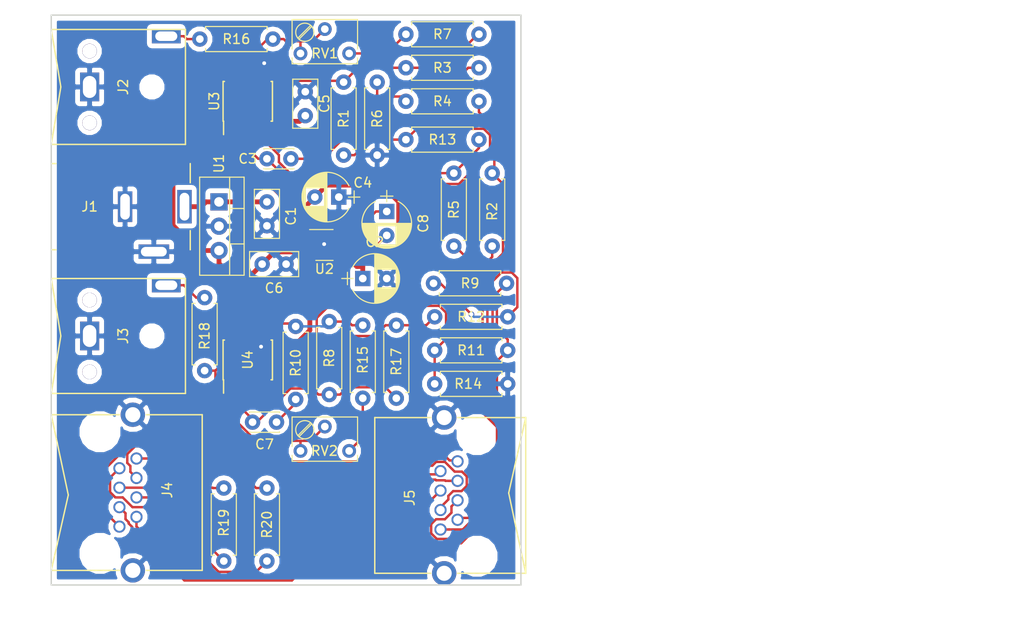
<source format=kicad_pcb>
(kicad_pcb (version 4) (host pcbnew 4.0.6)
  (layers (0 F.Cu signal) (31 B.Cu signal) (34 B.Paste user) (35 F.Paste user) (36 B.SilkS user) (37 F.SilkS user) (38 B.Mask user) (39 F.Mask user) (44 Edge.Cuts user))
  (net 0 "")
  (net 1 "Net-(C1-Pad1)")
  (net 2 GND)
  (net 3 +5V)
  (net 4 "Net-(C3-Pad1)")
  (net 5 "Net-(C3-Pad2)")
  (net 6 "Net-(C4-Pad2)")
  (net 7 "Net-(C7-Pad1)")
  (net 8 "Net-(C7-Pad2)")
  (net 9 "Net-(C8-Pad1)")
  (net 10 "Net-(C8-Pad2)")
  (net 11 "Net-(J2-Pad1)")
  (net 12 "Net-(J3-Pad1)")
  (net 13 "Net-(J4-Pad1)")
  (net 14 "Net-(J4-Pad2)")
  (net 15 "Net-(J4-Pad3)")
  (net 16 "Net-(J4-Pad4)")
  (net 17 "Net-(J4-Pad5)")
  (net 18 "Net-(J4-Pad6)")
  (net 19 "Net-(J4-Pad7)")
  (net 20 "Net-(J4-Pad8)")
  (net 21 "Net-(J5-Pad4)")
  (net 22 "Net-(J5-Pad5)")
  (net 23 "Net-(J5-Pad7)")
  (net 24 "Net-(J5-Pad8)")
  (net 25 "Net-(R1-Pad1)")
  (net 26 "Net-(R4-Pad1)")
  (net 27 "Net-(R13-Pad2)")
  (net 28 "Net-(R7-Pad1)")
  (net 29 "Net-(R10-Pad1)")
  (net 30 "Net-(R11-Pad1)")
  (net 31 "Net-(R12-Pad1)")
  (net 32 "Net-(R15-Pad1)")
  (net 33 "Net-(R16-Pad2)")
  (net 34 "Net-(R18-Pad2)")
  (module Kicadlibrarys:TE_RJ45 (layer F.Cu) (at 79 92.5 270)
    (fp_text reference J4 (at 6.096 -12.104 270) (layer F.SilkS))
    (fp_text value RJ45)
    (pad "" np_thru_hole circle (at 0 -5.08 270) (size 3.2512 3.2512) (drill 3.2512) (layers *.Cu *.Mask))
    (pad 9 thru_hole circle (at -1.778 -8.509 270) (size 2.54 2.54) (drill 1.5748) (layers *.Cu *.Mask) (net 2 GND))
    (pad 9 thru_hole circle (at 14.478 -8.509 270) (size 2.54 2.54) (drill 1.5748) (layers *.Cu *.Mask) (net 2 GND))
    (pad "" np_thru_hole circle (at 12.7 -5.08 270) (size 3.2512 3.2512) (drill 3.2512) (layers *.Cu *.Mask))
    (pad 1 thru_hole circle (at 9.906 -7.112 270) (size 1.27 1.27) (drill 0.889) (layers *.Cu *.Mask) (net 13 "Net-(J4-Pad1)"))
    (pad 2 thru_hole circle (at 8.89 -8.89 270) (size 1.27 1.27) (drill 0.889) (layers *.Cu *.Mask) (net 14 "Net-(J4-Pad2)"))
    (pad 3 thru_hole circle (at 7.874 -7.112 270) (size 1.27 1.27) (drill 0.889) (layers *.Cu *.Mask) (net 15 "Net-(J4-Pad3)"))
    (pad 4 thru_hole circle (at 6.858 -8.89 270) (size 1.27 1.27) (drill 0.889) (layers *.Cu *.Mask) (net 16 "Net-(J4-Pad4)"))
    (pad 5 thru_hole circle (at 5.842 -7.112 270) (size 1.27 1.27) (drill 0.889) (layers *.Cu *.Mask) (net 17 "Net-(J4-Pad5)"))
    (pad 6 thru_hole circle (at 4.826 -8.89 270) (size 1.27 1.27) (drill 0.889) (layers *.Cu *.Mask) (net 18 "Net-(J4-Pad6)"))
    (pad 7 thru_hole circle (at 3.81 -7.112 270) (size 1.27 1.27) (drill 0.889) (layers *.Cu *.Mask) (net 19 "Net-(J4-Pad7)"))
    (pad 8 thru_hole circle (at 2.794 -8.89 270) (size 1.27 1.27) (drill 0.889) (layers *.Cu *.Mask) (net 20 "Net-(J4-Pad8)"))
  )
  (module Capacitors_ThroughHole:C_Disc_D5.0mm_W2.5mm_P2.50mm (layer F.Cu) (at 101.5 68.5 270)
    (fp_text reference C1 (at 1.5 -2.5 270) (layer F.SilkS))
    (fp_text value C)
    (pad 1 thru_hole circle (at 0 0 270) (size 1.6 1.6) (drill 0.8) (layers *.Cu *.Mask) (net 1 "Net-(C1-Pad1)"))
    (pad 2 thru_hole circle (at 2.5 0 270) (size 1.6 1.6) (drill 0.8) (layers *.Cu *.Mask) (net 2 GND))
  )
  (module Capacitors_ThroughHole:CP_Radial_D5.0mm_P2.50mm (layer F.Cu) (at 111.5 76.5)
    (fp_text reference C2 (at 1.25 -3.81) (layer F.SilkS))
    (fp_text value C)
    (pad 1 thru_hole rect (at 0 0) (size 1.6 1.6) (drill 0.8) (layers *.Cu *.Mask) (net 3 +5V))
    (pad 2 thru_hole circle (at 2.5 0) (size 1.6 1.6) (drill 0.8) (layers *.Cu *.Mask) (net 2 GND))
  )
  (module Capacitors_ThroughHole:C_Disc_D3.0mm_W2.0mm_P2.50mm (layer F.Cu) (at 104 64 180)
    (fp_text reference C3 (at 4.5 0 180) (layer F.SilkS))
    (fp_text value 68p)
    (pad 1 thru_hole circle (at 0 0 180) (size 1.6 1.6) (drill 0.8) (layers *.Cu *.Mask) (net 4 "Net-(C3-Pad1)"))
    (pad 2 thru_hole circle (at 2.5 0 180) (size 1.6 1.6) (drill 0.8) (layers *.Cu *.Mask) (net 5 "Net-(C3-Pad2)"))
  )
  (module Capacitors_ThroughHole:CP_Radial_D5.0mm_P2.50mm (layer F.Cu) (at 109 68 180)
    (fp_text reference C4 (at -2.5 1.5 180) (layer F.SilkS))
    (fp_text value 10u)
    (pad 1 thru_hole rect (at 0 0 180) (size 1.6 1.6) (drill 0.8) (layers *.Cu *.Mask) (net 2 GND))
    (pad 2 thru_hole circle (at 2.5 0 180) (size 1.6 1.6) (drill 0.8) (layers *.Cu *.Mask) (net 6 "Net-(C4-Pad2)"))
  )
  (module Capacitors_ThroughHole:C_Disc_D5.0mm_W2.5mm_P2.50mm (layer F.Cu) (at 105.5 57 270)
    (fp_text reference C5 (at 1.25 -2 270) (layer F.SilkS))
    (fp_text value C)
    (pad 1 thru_hole circle (at 0 0 270) (size 1.6 1.6) (drill 0.8) (layers *.Cu *.Mask) (net 2 GND))
    (pad 2 thru_hole circle (at 2.5 0 270) (size 1.6 1.6) (drill 0.8) (layers *.Cu *.Mask) (net 6 "Net-(C4-Pad2)"))
  )
  (module Capacitors_ThroughHole:C_Disc_D5.0mm_W2.5mm_P2.50mm (layer F.Cu) (at 101 75)
    (fp_text reference C6 (at 1.25 2.5) (layer F.SilkS))
    (fp_text value C)
    (pad 1 thru_hole circle (at 0 0) (size 1.6 1.6) (drill 0.8) (layers *.Cu *.Mask) (net 3 +5V))
    (pad 2 thru_hole circle (at 2.5 0) (size 1.6 1.6) (drill 0.8) (layers *.Cu *.Mask) (net 2 GND))
  )
  (module Capacitors_ThroughHole:C_Disc_D3.0mm_W2.0mm_P2.50mm (layer F.Cu) (at 102.5 91.5 180)
    (fp_text reference C7 (at 1.25 -2.31 180) (layer F.SilkS))
    (fp_text value 68p)
    (pad 1 thru_hole circle (at 0 0 180) (size 1.6 1.6) (drill 0.8) (layers *.Cu *.Mask) (net 7 "Net-(C7-Pad1)"))
    (pad 2 thru_hole circle (at 2.5 0 180) (size 1.6 1.6) (drill 0.8) (layers *.Cu *.Mask) (net 8 "Net-(C7-Pad2)"))
  )
  (module Capacitors_ThroughHole:CP_Radial_D5.0mm_P2.50mm (layer F.Cu) (at 114 69.5 270)
    (fp_text reference C8 (at 1.25 -3.81 270) (layer F.SilkS))
    (fp_text value 1u)
    (pad 1 thru_hole rect (at 0 0 270) (size 1.6 1.6) (drill 0.8) (layers *.Cu *.Mask) (net 9 "Net-(C8-Pad1)"))
    (pad 2 thru_hole circle (at 2.5 0 270) (size 1.6 1.6) (drill 0.8) (layers *.Cu *.Mask) (net 10 "Net-(C8-Pad2)"))
  )
  (module Kicadlibrarys:RCA_Jack_4890.2250 (layer F.Cu) (at 79 56.5 90)
    (fp_text reference J2 (at 0 7.5 90) (layer F.SilkS))
    (fp_text value CONN_01X02)
    (pad "" np_thru_hole circle (at -3.75 4 90) (size 1.524 1.524) (drill 1.5) (layers *.Cu *.Mask))
    (pad "" np_thru_hole circle (at 3.75 4 90) (size 1.524 1.524) (drill 1.5) (layers *.Cu *.Mask))
    (pad "" np_thru_hole circle (at 0 10.5 90) (size 1.6 1.6) (drill 1.6) (layers *.Cu *.Mask))
    (pad 2 thru_hole rect (at 0 4 90) (size 3 2) (drill oval 2.3 1.4) (layers *.Cu *.Mask) (net 2 GND))
    (pad 1 thru_hole rect (at 5.3 12 90) (size 1.5 3) (drill oval 1 2.3) (layers *.Cu *.Mask) (net 11 "Net-(J2-Pad1)"))
  )
  (module Kicadlibrarys:RCA_Jack_4890.2250 (layer F.Cu) (at 79 82.5 90)
    (fp_text reference J3 (at 0 7.5 90) (layer F.SilkS))
    (fp_text value CONN_01X02)
    (pad "" np_thru_hole circle (at -3.75 4 90) (size 1.524 1.524) (drill 1.5) (layers *.Cu *.Mask))
    (pad "" np_thru_hole circle (at 3.75 4 90) (size 1.524 1.524) (drill 1.5) (layers *.Cu *.Mask))
    (pad "" np_thru_hole circle (at 0 10.5 90) (size 1.6 1.6) (drill 1.6) (layers *.Cu *.Mask))
    (pad 2 thru_hole rect (at 0 4 90) (size 3 2) (drill oval 2.3 1.4) (layers *.Cu *.Mask) (net 2 GND))
    (pad 1 thru_hole rect (at 5.3 12 90) (size 1.5 3) (drill oval 1 2.3) (layers *.Cu *.Mask) (net 12 "Net-(J3-Pad1)"))
  )
  (module Kicadlibrarys:TE_RJ45 (layer F.Cu) (at 128.5 105.5 90)
    (fp_text reference J5 (at 6.096 -12.104 90) (layer F.SilkS))
    (fp_text value RJ45)
    (pad "" np_thru_hole circle (at 0 -5.08 90) (size 3.2512 3.2512) (drill 3.2512) (layers *.Cu *.Mask))
    (pad 9 thru_hole circle (at -1.778 -8.509 90) (size 2.54 2.54) (drill 1.5748) (layers *.Cu *.Mask) (net 2 GND))
    (pad 9 thru_hole circle (at 14.478 -8.509 90) (size 2.54 2.54) (drill 1.5748) (layers *.Cu *.Mask) (net 2 GND))
    (pad "" np_thru_hole circle (at 12.7 -5.08 90) (size 3.2512 3.2512) (drill 3.2512) (layers *.Cu *.Mask))
    (pad 1 thru_hole circle (at 9.906 -7.112 90) (size 1.27 1.27) (drill 0.889) (layers *.Cu *.Mask) (net 13 "Net-(J4-Pad1)"))
    (pad 2 thru_hole circle (at 8.89 -8.89 90) (size 1.27 1.27) (drill 0.889) (layers *.Cu *.Mask) (net 14 "Net-(J4-Pad2)"))
    (pad 3 thru_hole circle (at 7.874 -7.112 90) (size 1.27 1.27) (drill 0.889) (layers *.Cu *.Mask) (net 15 "Net-(J4-Pad3)"))
    (pad 4 thru_hole circle (at 6.858 -8.89 90) (size 1.27 1.27) (drill 0.889) (layers *.Cu *.Mask) (net 21 "Net-(J5-Pad4)"))
    (pad 5 thru_hole circle (at 5.842 -7.112 90) (size 1.27 1.27) (drill 0.889) (layers *.Cu *.Mask) (net 22 "Net-(J5-Pad5)"))
    (pad 6 thru_hole circle (at 4.826 -8.89 90) (size 1.27 1.27) (drill 0.889) (layers *.Cu *.Mask) (net 18 "Net-(J4-Pad6)"))
    (pad 7 thru_hole circle (at 3.81 -7.112 90) (size 1.27 1.27) (drill 0.889) (layers *.Cu *.Mask) (net 23 "Net-(J5-Pad7)"))
    (pad 8 thru_hole circle (at 2.794 -8.89 90) (size 1.27 1.27) (drill 0.889) (layers *.Cu *.Mask) (net 24 "Net-(J5-Pad8)"))
  )
  (module Resistors_ThroughHole:R_Axial_DIN0207_L6.3mm_D2.5mm_P7.62mm_Horizontal (layer F.Cu) (at 109.5 56 270)
    (fp_text reference R1 (at 3.81 0 270) (layer F.SilkS))
    (fp_text value 3k)
    (pad 1 thru_hole circle (at 0 0 270) (size 1.6 1.6) (drill 0.8) (layers *.Cu *.Mask) (net 25 "Net-(R1-Pad1)"))
    (pad 2 thru_hole oval (at 7.62 0 270) (size 1.6 1.6) (drill 0.8) (layers *.Cu *.Mask) (net 5 "Net-(C3-Pad2)"))
  )
  (module Resistors_ThroughHole:R_Axial_DIN0207_L6.3mm_D2.5mm_P7.62mm_Horizontal (layer F.Cu) (at 125 65.5 270)
    (fp_text reference R2 (at 4 0 270) (layer F.SilkS))
    (fp_text value 86R6)
    (pad 1 thru_hole circle (at 0 0 270) (size 1.6 1.6) (drill 0.8) (layers *.Cu *.Mask) (net 24 "Net-(J5-Pad8)"))
    (pad 2 thru_hole oval (at 7.62 0 270) (size 1.6 1.6) (drill 0.8) (layers *.Cu *.Mask) (net 23 "Net-(J5-Pad7)"))
  )
  (module Resistors_ThroughHole:R_Axial_DIN0207_L6.3mm_D2.5mm_P7.62mm_Horizontal (layer F.Cu) (at 116 54.5)
    (fp_text reference R3 (at 3.81 0) (layer F.SilkS))
    (fp_text value 3k9)
    (pad 1 thru_hole circle (at 0 0) (size 1.6 1.6) (drill 0.8) (layers *.Cu *.Mask) (net 25 "Net-(R1-Pad1)"))
    (pad 2 thru_hole oval (at 7.62 0) (size 1.6 1.6) (drill 0.8) (layers *.Cu *.Mask) (net 4 "Net-(C3-Pad1)"))
  )
  (module Resistors_ThroughHole:R_Axial_DIN0207_L6.3mm_D2.5mm_P7.62mm_Horizontal (layer F.Cu) (at 116 58)
    (fp_text reference R4 (at 3.81 0) (layer F.SilkS))
    (fp_text value 3k)
    (pad 1 thru_hole circle (at 0 0) (size 1.6 1.6) (drill 0.8) (layers *.Cu *.Mask) (net 26 "Net-(R4-Pad1)"))
    (pad 2 thru_hole oval (at 7.62 0) (size 1.6 1.6) (drill 0.8) (layers *.Cu *.Mask) (net 24 "Net-(J5-Pad8)"))
  )
  (module Resistors_ThroughHole:R_Axial_DIN0207_L6.3mm_D2.5mm_P7.62mm_Horizontal (layer F.Cu) (at 121 65.5 270)
    (fp_text reference R5 (at 3.81 0 270) (layer F.SilkS))
    (fp_text value 3k)
    (pad 1 thru_hole circle (at 0 0 270) (size 1.6 1.6) (drill 0.8) (layers *.Cu *.Mask) (net 27 "Net-(R13-Pad2)"))
    (pad 2 thru_hole oval (at 7.62 0 270) (size 1.6 1.6) (drill 0.8) (layers *.Cu *.Mask) (net 23 "Net-(J5-Pad7)"))
  )
  (module Resistors_ThroughHole:R_Axial_DIN0207_L6.3mm_D2.5mm_P7.62mm_Horizontal (layer F.Cu) (at 113 56 270)
    (fp_text reference R6 (at 3.81 0 270) (layer F.SilkS))
    (fp_text value R)
    (pad 1 thru_hole circle (at 0 0 270) (size 1.6 1.6) (drill 0.8) (layers *.Cu *.Mask) (net 26 "Net-(R4-Pad1)"))
    (pad 2 thru_hole oval (at 7.62 0 270) (size 1.6 1.6) (drill 0.8) (layers *.Cu *.Mask) (net 2 GND))
  )
  (module Resistors_ThroughHole:R_Axial_DIN0207_L6.3mm_D2.5mm_P7.62mm_Horizontal (layer F.Cu) (at 116 51)
    (fp_text reference R7 (at 3.81 0) (layer F.SilkS))
    (fp_text value 1k5)
    (pad 1 thru_hole circle (at 0 0) (size 1.6 1.6) (drill 0.8) (layers *.Cu *.Mask) (net 28 "Net-(R7-Pad1)"))
    (pad 2 thru_hole oval (at 7.62 0) (size 1.6 1.6) (drill 0.8) (layers *.Cu *.Mask) (net 25 "Net-(R1-Pad1)"))
  )
  (module Resistors_ThroughHole:R_Axial_DIN0207_L6.3mm_D2.5mm_P7.62mm_Horizontal (layer F.Cu) (at 108 81 270)
    (fp_text reference R8 (at 3.81 0 270) (layer F.SilkS))
    (fp_text value 3k)
    (pad 1 thru_hole circle (at 0 0 270) (size 1.6 1.6) (drill 0.8) (layers *.Cu *.Mask) (net 29 "Net-(R10-Pad1)"))
    (pad 2 thru_hole oval (at 7.62 0 270) (size 1.6 1.6) (drill 0.8) (layers *.Cu *.Mask) (net 8 "Net-(C7-Pad2)"))
  )
  (module Resistors_ThroughHole:R_Axial_DIN0207_L6.3mm_D2.5mm_P7.62mm_Horizontal (layer F.Cu) (at 126.5 77 180)
    (fp_text reference R9 (at 3.81 0 180) (layer F.SilkS))
    (fp_text value 86R6)
    (pad 1 thru_hole circle (at 0 0 180) (size 1.6 1.6) (drill 0.8) (layers *.Cu *.Mask) (net 21 "Net-(J5-Pad4)"))
    (pad 2 thru_hole oval (at 7.62 0 180) (size 1.6 1.6) (drill 0.8) (layers *.Cu *.Mask) (net 22 "Net-(J5-Pad5)"))
  )
  (module Resistors_ThroughHole:R_Axial_DIN0207_L6.3mm_D2.5mm_P7.62mm_Horizontal (layer F.Cu) (at 104.5 81.5 270)
    (fp_text reference R10 (at 3.81 0 270) (layer F.SilkS))
    (fp_text value 3k9)
    (pad 1 thru_hole circle (at 0 0 270) (size 1.6 1.6) (drill 0.8) (layers *.Cu *.Mask) (net 29 "Net-(R10-Pad1)"))
    (pad 2 thru_hole oval (at 7.62 0 270) (size 1.6 1.6) (drill 0.8) (layers *.Cu *.Mask) (net 7 "Net-(C7-Pad1)"))
  )
  (module Resistors_ThroughHole:R_Axial_DIN0207_L6.3mm_D2.5mm_P7.62mm_Horizontal (layer F.Cu) (at 119 84)
    (fp_text reference R11 (at 3.81 0) (layer F.SilkS))
    (fp_text value 3k)
    (pad 1 thru_hole circle (at 0 0) (size 1.6 1.6) (drill 0.8) (layers *.Cu *.Mask) (net 30 "Net-(R11-Pad1)"))
    (pad 2 thru_hole oval (at 7.62 0) (size 1.6 1.6) (drill 0.8) (layers *.Cu *.Mask) (net 21 "Net-(J5-Pad4)"))
  )
  (module Resistors_ThroughHole:R_Axial_DIN0207_L6.3mm_D2.5mm_P7.62mm_Horizontal (layer F.Cu) (at 119 80.5)
    (fp_text reference R12 (at 3.81 0) (layer F.SilkS))
    (fp_text value 3k)
    (pad 1 thru_hole circle (at 0 0) (size 1.6 1.6) (drill 0.8) (layers *.Cu *.Mask) (net 31 "Net-(R12-Pad1)"))
    (pad 2 thru_hole oval (at 7.62 0) (size 1.6 1.6) (drill 0.8) (layers *.Cu *.Mask) (net 22 "Net-(J5-Pad5)"))
  )
  (module Resistors_ThroughHole:R_Axial_DIN0207_L6.3mm_D2.5mm_P7.62mm_Horizontal (layer F.Cu) (at 116 62)
    (fp_text reference R13 (at 3.81 0) (layer F.SilkS))
    (fp_text value 3k)
    (pad 1 thru_hole circle (at 0 0) (size 1.6 1.6) (drill 0.8) (layers *.Cu *.Mask) (net 5 "Net-(C3-Pad2)"))
    (pad 2 thru_hole oval (at 7.62 0) (size 1.6 1.6) (drill 0.8) (layers *.Cu *.Mask) (net 27 "Net-(R13-Pad2)"))
  )
  (module Resistors_ThroughHole:R_Axial_DIN0207_L6.3mm_D2.5mm_P7.62mm_Horizontal (layer F.Cu) (at 119 87.5)
    (fp_text reference R14 (at 3.5 0) (layer F.SilkS))
    (fp_text value 3k)
    (pad 1 thru_hole circle (at 0 0) (size 1.6 1.6) (drill 0.8) (layers *.Cu *.Mask) (net 30 "Net-(R11-Pad1)"))
    (pad 2 thru_hole oval (at 7.62 0) (size 1.6 1.6) (drill 0.8) (layers *.Cu *.Mask) (net 2 GND))
  )
  (module Resistors_ThroughHole:R_Axial_DIN0207_L6.3mm_D2.5mm_P7.62mm_Horizontal (layer F.Cu) (at 111.5 89 90)
    (fp_text reference R15 (at 4 0 90) (layer F.SilkS))
    (fp_text value 1k5)
    (pad 1 thru_hole circle (at 0 0 90) (size 1.6 1.6) (drill 0.8) (layers *.Cu *.Mask) (net 32 "Net-(R15-Pad1)"))
    (pad 2 thru_hole oval (at 7.62 0 90) (size 1.6 1.6) (drill 0.8) (layers *.Cu *.Mask) (net 29 "Net-(R10-Pad1)"))
  )
  (module Resistors_ThroughHole:R_Axial_DIN0207_L6.3mm_D2.5mm_P7.62mm_Horizontal (layer F.Cu) (at 94.5 51.5)
    (fp_text reference R16 (at 3.81 0) (layer F.SilkS))
    (fp_text value 75R)
    (pad 1 thru_hole circle (at 0 0) (size 1.6 1.6) (drill 0.8) (layers *.Cu *.Mask) (net 11 "Net-(J2-Pad1)"))
    (pad 2 thru_hole oval (at 7.62 0) (size 1.6 1.6) (drill 0.8) (layers *.Cu *.Mask) (net 33 "Net-(R16-Pad2)"))
  )
  (module Resistors_ThroughHole:R_Axial_DIN0207_L6.3mm_D2.5mm_P7.62mm_Horizontal (layer F.Cu) (at 115 89 90)
    (fp_text reference R17 (at 3.81 0 90) (layer F.SilkS))
    (fp_text value 3k)
    (pad 1 thru_hole circle (at 0 0 90) (size 1.6 1.6) (drill 0.8) (layers *.Cu *.Mask) (net 8 "Net-(C7-Pad2)"))
    (pad 2 thru_hole oval (at 7.62 0 90) (size 1.6 1.6) (drill 0.8) (layers *.Cu *.Mask) (net 31 "Net-(R12-Pad1)"))
  )
  (module Resistors_ThroughHole:R_Axial_DIN0207_L6.3mm_D2.5mm_P7.62mm_Horizontal (layer F.Cu) (at 95 78.5 270)
    (fp_text reference R18 (at 4 0 270) (layer F.SilkS))
    (fp_text value 75R)
    (pad 1 thru_hole circle (at 0 0 270) (size 1.6 1.6) (drill 0.8) (layers *.Cu *.Mask) (net 12 "Net-(J3-Pad1)"))
    (pad 2 thru_hole oval (at 7.62 0 270) (size 1.6 1.6) (drill 0.8) (layers *.Cu *.Mask) (net 34 "Net-(R18-Pad2)"))
  )
  (module Potentiometers:Potentiometer_Trimmer_Bourns_3266W (layer F.Cu) (at 105 53 180)
    (fp_text reference RV1 (at -2.54 0 180) (layer F.SilkS))
    (fp_text value 1k)
    (pad 1 thru_hole circle (at 0 0 180) (size 1.44 1.44) (drill 0.8) (layers *.Cu *.Mask) (net 33 "Net-(R16-Pad2)"))
    (pad 2 thru_hole circle (at -2.54 2.54 180) (size 1.44 1.44) (drill 0.8) (layers *.Cu *.Mask) (net 33 "Net-(R16-Pad2)"))
    (pad 3 thru_hole circle (at -5.08 0 180) (size 1.44 1.44) (drill 0.8) (layers *.Cu *.Mask) (net 28 "Net-(R7-Pad1)"))
  )
  (module Potentiometers:Potentiometer_Trimmer_Bourns_3266W (layer F.Cu) (at 105 94.5 180)
    (fp_text reference RV2 (at -2.5 0 180) (layer F.SilkS))
    (fp_text value 1k)
    (pad 1 thru_hole circle (at 0 0 180) (size 1.44 1.44) (drill 0.8) (layers *.Cu *.Mask) (net 34 "Net-(R18-Pad2)"))
    (pad 2 thru_hole circle (at -2.54 2.54 180) (size 1.44 1.44) (drill 0.8) (layers *.Cu *.Mask) (net 34 "Net-(R18-Pad2)"))
    (pad 3 thru_hole circle (at -5.08 0 180) (size 1.44 1.44) (drill 0.8) (layers *.Cu *.Mask) (net 32 "Net-(R15-Pad1)"))
  )
  (module TO_SOT_Packages_THT:TO-220-3_Vertical (layer F.Cu) (at 96.5 68.5 270)
    (fp_text reference U1 (at -4 0 270) (layer F.SilkS))
    (fp_text value LM7805)
    (pad 1 thru_hole rect (at 0 0 270) (size 1.8 1.8) (drill 1) (layers *.Cu *.Mask) (net 1 "Net-(C1-Pad1)"))
    (pad 2 thru_hole oval (at 2.54 0 270) (size 1.8 1.8) (drill 1) (layers *.Cu *.Mask) (net 2 GND))
    (pad 3 thru_hole oval (at 5.08 0 270) (size 1.8 1.8) (drill 1) (layers *.Cu *.Mask) (net 3 +5V))
  )
  (module TO_SOT_Packages_SMD:SOT-23-6 (layer F.Cu) (at 107.5 73)
    (fp_text reference U2 (at 0 2.5) (layer F.SilkS))
    (fp_text value LM2776)
    (pad 1 smd rect (at -1.1 -0.95) (size 1.06 0.65) (layers F.Cu F.Paste F.Mask) (net 6 "Net-(C4-Pad2)"))
    (pad 2 smd rect (at -1.1 0) (size 1.06 0.65) (layers F.Cu F.Paste F.Mask) (net 2 GND))
    (pad 3 smd rect (at -1.1 0.95) (size 1.06 0.65) (layers F.Cu F.Paste F.Mask) (net 3 +5V))
    (pad 4 smd rect (at 1.1 0.95) (size 1.06 0.65) (layers F.Cu F.Paste F.Mask) (net 3 +5V))
    (pad 6 smd rect (at 1.1 -0.95) (size 1.06 0.65) (layers F.Cu F.Paste F.Mask) (net 9 "Net-(C8-Pad1)"))
    (pad 5 smd rect (at 1.1 0) (size 1.06 0.65) (layers F.Cu F.Paste F.Mask) (net 10 "Net-(C8-Pad2)"))
  )
  (module Housings_SOIC:SOIC-8_3.9x4.9mm_Pitch1.27mm (layer F.Cu) (at 99.5 58 90)
    (fp_text reference U3 (at 0 -3.5 90) (layer F.SilkS))
    (fp_text value OPA2340)
    (pad 1 smd rect (at -2.7 -1.905 90) (size 1.55 0.6) (layers F.Cu F.Paste F.Mask) (net 5 "Net-(C3-Pad2)"))
    (pad 2 smd rect (at -2.7 -0.635 90) (size 1.55 0.6) (layers F.Cu F.Paste F.Mask) (net 27 "Net-(R13-Pad2)"))
    (pad 3 smd rect (at -2.7 0.635 90) (size 1.55 0.6) (layers F.Cu F.Paste F.Mask) (net 26 "Net-(R4-Pad1)"))
    (pad 4 smd rect (at -2.7 1.905 90) (size 1.55 0.6) (layers F.Cu F.Paste F.Mask) (net 6 "Net-(C4-Pad2)"))
    (pad 5 smd rect (at 2.7 1.905 90) (size 1.55 0.6) (layers F.Cu F.Paste F.Mask) (net 2 GND))
    (pad 6 smd rect (at 2.7 0.635 90) (size 1.55 0.6) (layers F.Cu F.Paste F.Mask) (net 25 "Net-(R1-Pad1)"))
    (pad 7 smd rect (at 2.7 -0.635 90) (size 1.55 0.6) (layers F.Cu F.Paste F.Mask) (net 33 "Net-(R16-Pad2)"))
    (pad 8 smd rect (at 2.7 -1.905 90) (size 1.55 0.6) (layers F.Cu F.Paste F.Mask) (net 3 +5V))
  )
  (module Housings_SOIC:SOIC-8_3.9x4.9mm_Pitch1.27mm (layer F.Cu) (at 99.5 85 90)
    (fp_text reference U4 (at 0 0 90) (layer F.SilkS))
    (fp_text value OPA2340)
    (pad 1 smd rect (at -2.7 -1.905 90) (size 1.55 0.6) (layers F.Cu F.Paste F.Mask) (net 8 "Net-(C7-Pad2)"))
    (pad 2 smd rect (at -2.7 -0.635 90) (size 1.55 0.6) (layers F.Cu F.Paste F.Mask) (net 31 "Net-(R12-Pad1)"))
    (pad 3 smd rect (at -2.7 0.635 90) (size 1.55 0.6) (layers F.Cu F.Paste F.Mask) (net 30 "Net-(R11-Pad1)"))
    (pad 4 smd rect (at -2.7 1.905 90) (size 1.55 0.6) (layers F.Cu F.Paste F.Mask) (net 6 "Net-(C4-Pad2)"))
    (pad 5 smd rect (at 2.7 1.905 90) (size 1.55 0.6) (layers F.Cu F.Paste F.Mask) (net 2 GND))
    (pad 6 smd rect (at 2.7 0.635 90) (size 1.55 0.6) (layers F.Cu F.Paste F.Mask) (net 29 "Net-(R10-Pad1)"))
    (pad 7 smd rect (at 2.7 -0.635 90) (size 1.55 0.6) (layers F.Cu F.Paste F.Mask) (net 34 "Net-(R18-Pad2)"))
    (pad 8 smd rect (at 2.7 -1.905 90) (size 1.55 0.6) (layers F.Cu F.Paste F.Mask) (net 3 +5V))
  )
  (module Resistors_ThroughHole:R_Axial_DIN0207_L6.3mm_D2.5mm_P7.62mm_Horizontal (layer F.Cu) (at 97 106 90)
    (fp_text reference R19 (at 4 0 90) (layer F.SilkS))
    (fp_text value R)
    (pad 1 thru_hole circle (at 0 0 90) (size 1.6 1.6) (drill 0.8) (layers *.Cu *.Mask) (net 16 "Net-(J4-Pad4)"))
    (pad 2 thru_hole oval (at 7.62 0 90) (size 1.6 1.6) (drill 0.8) (layers *.Cu *.Mask) (net 17 "Net-(J4-Pad5)"))
  )
  (module Resistors_ThroughHole:R_Axial_DIN0207_L6.3mm_D2.5mm_P7.62mm_Horizontal (layer F.Cu) (at 101.5 106 90)
    (fp_text reference R20 (at 3.81 0 90) (layer F.SilkS))
    (fp_text value R)
    (pad 1 thru_hole circle (at 0 0 90) (size 1.6 1.6) (drill 0.8) (layers *.Cu *.Mask) (net 19 "Net-(J4-Pad7)"))
    (pad 2 thru_hole oval (at 7.62 0 90) (size 1.6 1.6) (drill 0.8) (layers *.Cu *.Mask) (net 20 "Net-(J4-Pad8)"))
  )
  (module Kicadlibrarys:RS_5.5mmSocket (layer F.Cu) (at 79 69)
    (fp_text reference J1 (at 4 0) (layer F.SilkS))
    (fp_text value CONN_01X02)
    (pad 1 thru_hole rect (at 10.7 4.7) (size 3.2 1.5) (drill oval 2.7 1) (layers *.Cu *.Mask) (net 2 GND))
    (pad 1 thru_hole rect (at 7.7 0) (size 1.5 3.2) (drill oval 1 2.7) (layers *.Cu *.Mask) (net 2 GND))
    (pad 2 thru_hole rect (at 13.9 0) (size 1.5 3.5) (drill oval 1 2.9) (layers *.Cu *.Mask) (net 1 "Net-(C1-Pad1)"))
  )
  (gr_line (start 128 49) (end 79 49) (angle 90) (layer Edge.Cuts) (width 0.15))
  (gr_line (start 128 108.5) (end 128 49) (angle 90) (layer Edge.Cuts) (width 0.15))
  (gr_line (start 79 108.5) (end 128 108.5) (angle 90) (layer Edge.Cuts) (width 0.15))
  (gr_line (start 79 49) (end 79 108.5) (angle 90) (layer Edge.Cuts) (width 0.15))
  (segment (start 96.5 68.5) (end 101.5 68.5) (width 0.5) (layer F.Cu) (net 1))
  (segment (start 94.6497 69) (end 95.1497 68.5) (width 0.5) (layer F.Cu) (net 1))
  (segment (start 92.9 69) (end 94.6497 69) (width 0.5) (layer F.Cu) (net 1))
  (segment (start 96.5 68.5) (end 95.1497 68.5) (width 0.5) (layer F.Cu) (net 1))
  (via (at 107.4699 72.9104) (size 0.6) (layers F.Cu B.Cu) (net 2))
  (via (at 100.8885 83.6183) (size 0.6) (layers F.Cu B.Cu) (net 2))
  (via (at 101.2165 54.0197) (size 0.6) (layers F.Cu B.Cu) (net 2))
  (segment (start 106.4 73) (end 107.3803 73) (width 0.5) (layer F.Cu) (net 2))
  (segment (start 107.4699 72.9104) (end 107.3803 73) (width 0.5) (layer F.Cu) (net 2))
  (segment (start 101.405 82.3) (end 101.405 83.5253) (width 0.5) (layer F.Cu) (net 2))
  (segment (start 100.9815 83.5253) (end 101.405 83.5253) (width 0.5) (layer F.Cu) (net 2))
  (segment (start 100.8885 83.6183) (end 100.9815 83.5253) (width 0.5) (layer F.Cu) (net 2))
  (segment (start 101.405 55.3) (end 101.405 54.0747) (width 0.5) (layer F.Cu) (net 2))
  (segment (start 101.2715 54.0747) (end 101.405 54.0747) (width 0.5) (layer F.Cu) (net 2))
  (segment (start 101.2165 54.0197) (end 101.2715 54.0747) (width 0.5) (layer F.Cu) (net 2))
  (segment (start 97.595 55.3) (end 97.595 56.5253) (width 0.5) (layer F.Cu) (net 3))
  (segment (start 94.3332 73.58) (end 96.5 73.58) (width 0.5) (layer F.Cu) (net 3))
  (segment (start 91.6996 70.9464) (end 94.3332 73.58) (width 0.5) (layer F.Cu) (net 3))
  (segment (start 91.6996 62.4207) (end 91.6996 70.9464) (width 0.5) (layer F.Cu) (net 3))
  (segment (start 97.595 56.5253) (end 91.6996 62.4207) (width 0.5) (layer F.Cu) (net 3))
  (segment (start 106.4 73.95) (end 107.3803 73.95) (width 0.5) (layer F.Cu) (net 3))
  (segment (start 106.4 73.95) (end 105.4197 73.95) (width 0.5) (layer F.Cu) (net 3))
  (segment (start 105.1958 73.7261) (end 105.4197 73.95) (width 0.5) (layer F.Cu) (net 3))
  (segment (start 102.2739 73.7261) (end 105.1958 73.7261) (width 0.5) (layer F.Cu) (net 3))
  (segment (start 101 75) (end 102.2739 73.7261) (width 0.5) (layer F.Cu) (net 3))
  (segment (start 107.3803 73.95) (end 108.6 73.95) (width 0.5) (layer F.Cu) (net 3))
  (segment (start 110.88 75.2497) (end 111.5 75.2497) (width 0.5) (layer F.Cu) (net 3))
  (segment (start 109.5803 73.95) (end 110.88 75.2497) (width 0.5) (layer F.Cu) (net 3))
  (segment (start 108.6 73.95) (end 109.5803 73.95) (width 0.5) (layer F.Cu) (net 3))
  (segment (start 111.5 76.5) (end 111.5 75.2497) (width 0.5) (layer F.Cu) (net 3))
  (segment (start 96.5 73.58) (end 96.5 74.9303) (width 0.5) (layer F.Cu) (net 3))
  (segment (start 99.9747 76.0253) (end 101 75) (width 0.5) (layer F.Cu) (net 3))
  (segment (start 97.595 76.0253) (end 99.9747 76.0253) (width 0.5) (layer F.Cu) (net 3))
  (segment (start 97.595 82.3) (end 97.595 76.0253) (width 0.5) (layer F.Cu) (net 3))
  (segment (start 97.595 76.0253) (end 96.5 74.9303) (width 0.5) (layer F.Cu) (net 3))
  (segment (start 107.3578 64) (end 104 64) (width 0.25) (layer F.Cu) (net 4))
  (segment (start 111.3297 60.0281) (end 107.3578 64) (width 0.25) (layer F.Cu) (net 4))
  (segment (start 116.9666 60.0281) (end 111.3297 60.0281) (width 0.25) (layer F.Cu) (net 4))
  (segment (start 122.4947 54.5) (end 116.9666 60.0281) (width 0.25) (layer F.Cu) (net 4))
  (segment (start 123.62 54.5) (end 122.4947 54.5) (width 0.25) (layer F.Cu) (net 4))
  (segment (start 112.2453 62) (end 110.6253 63.62) (width 0.25) (layer F.Cu) (net 5))
  (segment (start 116 62) (end 112.2453 62) (width 0.25) (layer F.Cu) (net 5))
  (segment (start 109.5 63.62) (end 110.6253 63.62) (width 0.25) (layer F.Cu) (net 5))
  (segment (start 100.5931 64) (end 101.5 64) (width 0.25) (layer F.Cu) (net 5))
  (segment (start 97.595 61.0019) (end 100.5931 64) (width 0.25) (layer F.Cu) (net 5))
  (segment (start 97.595 60.7) (end 97.595 61.0019) (width 0.25) (layer F.Cu) (net 5))
  (segment (start 117.1287 60.8713) (end 116 62) (width 0.25) (layer F.Cu) (net 5))
  (segment (start 124.1201 60.8713) (end 117.1287 60.8713) (width 0.25) (layer F.Cu) (net 5))
  (segment (start 124.7748 61.526) (end 124.1201 60.8713) (width 0.25) (layer F.Cu) (net 5))
  (segment (start 124.7748 63.3898) (end 124.7748 61.526) (width 0.25) (layer F.Cu) (net 5))
  (segment (start 121.5376 66.627) (end 124.7748 63.3898) (width 0.25) (layer F.Cu) (net 5))
  (segment (start 119.3711 66.627) (end 121.5376 66.627) (width 0.25) (layer F.Cu) (net 5))
  (segment (start 118.6945 65.9504) (end 119.3711 66.627) (width 0.25) (layer F.Cu) (net 5))
  (segment (start 103.4504 65.9504) (end 118.6945 65.9504) (width 0.25) (layer F.Cu) (net 5))
  (segment (start 101.5 64) (end 103.4504 65.9504) (width 0.25) (layer F.Cu) (net 5))
  (segment (start 106.4 72.05) (end 105.4197 72.05) (width 0.5) (layer F.Cu) (net 6))
  (segment (start 107.7504 66.7496) (end 106.5 68) (width 0.5) (layer F.Cu) (net 6))
  (segment (start 113.49 66.7496) (end 107.7504 66.7496) (width 0.5) (layer F.Cu) (net 6))
  (segment (start 115.2504 68.51) (end 113.49 66.7496) (width 0.5) (layer F.Cu) (net 6))
  (segment (start 115.2504 77.02) (end 115.2504 68.51) (width 0.5) (layer F.Cu) (net 6))
  (segment (start 113.9476 78.3228) (end 115.2504 77.02) (width 0.5) (layer F.Cu) (net 6))
  (segment (start 108.152 78.3228) (end 113.9476 78.3228) (width 0.5) (layer F.Cu) (net 6))
  (segment (start 105.979 80.4958) (end 108.152 78.3228) (width 0.5) (layer F.Cu) (net 6))
  (segment (start 105.979 81.9007) (end 105.979 80.4958) (width 0.5) (layer F.Cu) (net 6))
  (segment (start 101.405 86.4747) (end 105.979 81.9007) (width 0.5) (layer F.Cu) (net 6))
  (segment (start 101.405 87.7) (end 101.405 86.4747) (width 0.5) (layer F.Cu) (net 6))
  (segment (start 97.1024 59.4747) (end 101.405 59.4747) (width 0.5) (layer F.Cu) (net 6))
  (segment (start 96.8446 59.7325) (end 97.1024 59.4747) (width 0.5) (layer F.Cu) (net 6))
  (segment (start 96.8446 61.6858) (end 96.8446 59.7325) (width 0.5) (layer F.Cu) (net 6))
  (segment (start 104.2391 69.0803) (end 96.8446 61.6858) (width 0.5) (layer F.Cu) (net 6))
  (segment (start 105.4197 69.0803) (end 104.2391 69.0803) (width 0.5) (layer F.Cu) (net 6))
  (segment (start 105.4197 72.05) (end 105.4197 69.0803) (width 0.5) (layer F.Cu) (net 6))
  (segment (start 105.4197 69.0803) (end 106.5 68) (width 0.5) (layer F.Cu) (net 6))
  (segment (start 101.405 60.7) (end 101.405 60.0873) (width 0.5) (layer F.Cu) (net 6))
  (segment (start 101.405 60.0873) (end 101.405 59.4747) (width 0.5) (layer F.Cu) (net 6))
  (segment (start 104.9127 60.0873) (end 105.5 59.5) (width 0.5) (layer F.Cu) (net 6))
  (segment (start 101.405 60.0873) (end 104.9127 60.0873) (width 0.5) (layer F.Cu) (net 6))
  (segment (start 104.5 89.12) (end 104.5 89.5) (width 0.25) (layer F.Cu) (net 7))
  (segment (start 104.5 89.5) (end 104 90) (width 0.25) (layer F.Cu) (net 7))
  (segment (start 104 90) (end 102.5 91.5) (width 0.25) (layer F.Cu) (net 7))
  (segment (start 109.8878 87.8575) (end 109.1253 88.62) (width 0.25) (layer F.Cu) (net 8))
  (segment (start 113.8575 87.8575) (end 109.8878 87.8575) (width 0.25) (layer F.Cu) (net 8))
  (segment (start 115 89) (end 113.8575 87.8575) (width 0.25) (layer F.Cu) (net 8))
  (segment (start 108.5627 88.62) (end 109.1253 88.62) (width 0.25) (layer F.Cu) (net 8))
  (segment (start 108.5627 88.62) (end 108 88.62) (width 0.25) (layer F.Cu) (net 8))
  (segment (start 108 88.62) (end 106.8747 88.62) (width 0.25) (layer F.Cu) (net 8))
  (segment (start 97.595 87.7) (end 97.595 88.8003) (width 0.25) (layer F.Cu) (net 8))
  (segment (start 97.595 88.8003) (end 100.1091 91.3144) (width 0.25) (layer F.Cu) (net 8))
  (segment (start 100 91.4235) (end 100.1091 91.3144) (width 0.25) (layer F.Cu) (net 8))
  (segment (start 100 91.5) (end 100 91.4235) (width 0.25) (layer F.Cu) (net 8))
  (segment (start 106.239 87.9843) (end 106.8747 88.62) (width 0.25) (layer F.Cu) (net 8))
  (segment (start 103.963 87.9843) (end 106.239 87.9843) (width 0.25) (layer F.Cu) (net 8))
  (segment (start 100.6329 91.3144) (end 103.963 87.9843) (width 0.25) (layer F.Cu) (net 8))
  (segment (start 100.1091 91.3144) (end 100.6329 91.3144) (width 0.25) (layer F.Cu) (net 8))
  (segment (start 110.3247 72.05) (end 112.8747 69.5) (width 0.25) (layer F.Cu) (net 9))
  (segment (start 108.6 72.05) (end 110.3247 72.05) (width 0.25) (layer F.Cu) (net 9))
  (segment (start 114 69.5) (end 112.8747 69.5) (width 0.25) (layer F.Cu) (net 9))
  (segment (start 113 73) (end 114 72) (width 0.25) (layer F.Cu) (net 10))
  (segment (start 108.6 73) (end 113 73) (width 0.25) (layer F.Cu) (net 10))
  (segment (start 93.1253 51.5) (end 92.8253 51.2) (width 0.25) (layer F.Cu) (net 11))
  (segment (start 94.5 51.5) (end 93.1253 51.5) (width 0.25) (layer F.Cu) (net 11))
  (segment (start 91 51.2) (end 92.8253 51.2) (width 0.25) (layer F.Cu) (net 11))
  (segment (start 94.1253 78.5) (end 92.8253 77.2) (width 0.25) (layer F.Cu) (net 12))
  (segment (start 95 78.5) (end 94.1253 78.5) (width 0.25) (layer F.Cu) (net 12))
  (segment (start 91 77.2) (end 92.8253 77.2) (width 0.25) (layer F.Cu) (net 12))
  (segment (start 121.388 95.594) (end 121.294 95.5) (width 0.25) (layer F.Cu) (net 13))
  (segment (start 121.294 95.5) (end 120.557212 95.5) (width 0.25) (layer F.Cu) (net 13))
  (segment (start 120.557212 95.5) (end 120.257201 95.199988) (width 0.25) (layer F.Cu) (net 13))
  (segment (start 120.257201 95.199988) (end 118.962799 95.199988) (width 0.25) (layer F.Cu) (net 13))
  (segment (start 118.962799 95.199988) (end 118.568788 95.594) (width 0.25) (layer F.Cu) (net 13))
  (segment (start 118.568788 95.594) (end 99.73041 95.594) (width 0.25) (layer F.Cu) (net 13))
  (segment (start 85.477001 101.771001) (end 86.112 102.406) (width 0.25) (layer F.Cu) (net 13))
  (segment (start 99.73041 95.594) (end 97.63641 93.5) (width 0.25) (layer F.Cu) (net 13))
  (segment (start 97.63641 93.5) (end 87.5 93.5) (width 0.25) (layer F.Cu) (net 13))
  (segment (start 87.5 93.5) (end 84.673 96.327) (width 0.25) (layer F.Cu) (net 13))
  (segment (start 84.673 96.327) (end 84.673 100.967) (width 0.25) (layer F.Cu) (net 13))
  (segment (start 84.673 100.967) (end 85.477001 101.771001) (width 0.25) (layer F.Cu) (net 13))
  (segment (start 87.89 102.39) (end 93.0801 107.5801) (width 0.25) (layer F.Cu) (net 14))
  (segment (start 93.0801 107.5801) (end 103.9199 107.5801) (width 0.25) (layer F.Cu) (net 14))
  (segment (start 87.89 101.39) (end 87.89 102.39) (width 0.25) (layer F.Cu) (net 14))
  (segment (start 103.9199 107.5801) (end 114.549989 96.950011) (width 0.25) (layer F.Cu) (net 14))
  (segment (start 114.549989 96.950011) (end 119.269989 96.950011) (width 0.25) (layer F.Cu) (net 14))
  (segment (start 119.269989 96.950011) (end 119.61 96.61) (width 0.25) (layer F.Cu) (net 14))
  (segment (start 86.112 100.374) (end 86.746999 101.008999) (width 0.25) (layer F.Cu) (net 15))
  (segment (start 119.149199 97.570001) (end 120.070801 97.570001) (width 0.25) (layer F.Cu) (net 15))
  (segment (start 86.746999 101.008999) (end 86.746999 101.620197) (width 0.25) (layer F.Cu) (net 15))
  (segment (start 104.1063 108.030111) (end 114.63641 97.5) (width 0.25) (layer F.Cu) (net 15))
  (segment (start 120.070801 97.570001) (end 120.1268 97.626) (width 0.25) (layer F.Cu) (net 15))
  (segment (start 120.1268 97.626) (end 120.489975 97.626) (width 0.25) (layer F.Cu) (net 15))
  (segment (start 86.746999 101.620197) (end 87.072001 101.945199) (width 0.25) (layer F.Cu) (net 15))
  (segment (start 87.072001 101.945199) (end 87.072001 102.072001) (width 0.25) (layer F.Cu) (net 15))
  (segment (start 87.072001 102.072001) (end 87.439989 102.439989) (width 0.25) (layer F.Cu) (net 15))
  (segment (start 87.439989 102.439989) (end 87.439989 102.5764) (width 0.25) (layer F.Cu) (net 15))
  (segment (start 92.8937 108.030111) (end 104.1063 108.030111) (width 0.25) (layer F.Cu) (net 15))
  (segment (start 87.439989 102.5764) (end 92.8937 108.030111) (width 0.25) (layer F.Cu) (net 15))
  (segment (start 114.63641 97.5) (end 119.079198 97.5) (width 0.25) (layer F.Cu) (net 15))
  (segment (start 119.079198 97.5) (end 119.149199 97.570001) (width 0.25) (layer F.Cu) (net 15))
  (segment (start 120.489975 97.626) (end 121.388 97.626) (width 0.25) (layer F.Cu) (net 15))
  (segment (start 90.358 99.358) (end 87.89 99.358) (width 0.25) (layer F.Cu) (net 16))
  (segment (start 97 106) (end 90.358 99.358) (width 0.25) (layer F.Cu) (net 16))
  (segment (start 86.15 98.38) (end 86.112 98.342) (width 0.25) (layer B.Cu) (net 17))
  (segment (start 95.8367 98.342) (end 95.8747 98.38) (width 0.25) (layer F.Cu) (net 17))
  (segment (start 86.112 98.342) (end 95.8367 98.342) (width 0.25) (layer F.Cu) (net 17))
  (segment (start 97 98.38) (end 95.8747 98.38) (width 0.25) (layer F.Cu) (net 17))
  (segment (start 121.848801 96.665999) (end 122.348001 97.165199) (width 0.25) (layer F.Cu) (net 18))
  (segment (start 87.89 97.326) (end 87.255001 96.691001) (width 0.25) (layer F.Cu) (net 18))
  (segment (start 97.499999 94) (end 99.54401 96.044011) (width 0.25) (layer F.Cu) (net 18))
  (segment (start 99.54401 96.044011) (end 118.755187 96.044011) (width 0.25) (layer F.Cu) (net 18))
  (segment (start 86.929999 95.754801) (end 86.929999 94.833199) (width 0.25) (layer F.Cu) (net 18))
  (segment (start 87.255001 96.691001) (end 87.255001 96.079803) (width 0.25) (layer F.Cu) (net 18))
  (segment (start 120.427999 99.572001) (end 119.61 100.39) (width 0.25) (layer F.Cu) (net 18))
  (segment (start 118.755187 96.044011) (end 119.149199 95.649999) (width 0.25) (layer F.Cu) (net 18))
  (segment (start 120.070801 95.649999) (end 121.086801 96.665999) (width 0.25) (layer F.Cu) (net 18))
  (segment (start 87.255001 96.079803) (end 86.929999 95.754801) (width 0.25) (layer F.Cu) (net 18))
  (segment (start 86.929999 94.833199) (end 87.763198 94) (width 0.25) (layer F.Cu) (net 18))
  (segment (start 121.086801 96.665999) (end 121.848801 96.665999) (width 0.25) (layer F.Cu) (net 18))
  (segment (start 87.763198 94) (end 97.499999 94) (width 0.25) (layer F.Cu) (net 18))
  (segment (start 122.348001 97.165199) (end 122.348001 98.151999) (width 0.25) (layer F.Cu) (net 18))
  (segment (start 119.149199 95.649999) (end 120.070801 95.649999) (width 0.25) (layer F.Cu) (net 18))
  (segment (start 122.348001 98.151999) (end 121.802001 98.697999) (width 0.25) (layer F.Cu) (net 18))
  (segment (start 121.802001 98.697999) (end 120.927199 98.697999) (width 0.25) (layer F.Cu) (net 18))
  (segment (start 119.61 100.39) (end 119.61 100.674) (width 0.25) (layer F.Cu) (net 18))
  (segment (start 120.927199 98.697999) (end 120.427999 99.197199) (width 0.25) (layer F.Cu) (net 18))
  (segment (start 120.427999 99.197199) (end 120.427999 99.572001) (width 0.25) (layer F.Cu) (net 18))
  (segment (start 88.216 97) (end 87.89 97.326) (width 0.25) (layer F.Cu) (net 18))
  (segment (start 85.1357 97.2863) (end 86.112 96.31) (width 0.25) (layer F.Cu) (net 19))
  (segment (start 85.1357 98.8025) (end 85.1357 97.2863) (width 0.25) (layer F.Cu) (net 19))
  (segment (start 85.6912 99.358) (end 85.1357 98.8025) (width 0.25) (layer F.Cu) (net 19))
  (segment (start 86.4542 99.358) (end 85.6912 99.358) (width 0.25) (layer F.Cu) (net 19))
  (segment (start 87.4702 100.374) (end 86.4542 99.358) (width 0.25) (layer F.Cu) (net 19))
  (segment (start 89.71 100.374) (end 87.4702 100.374) (width 0.25) (layer F.Cu) (net 19))
  (segment (start 96.4658 107.1298) (end 89.71 100.374) (width 0.25) (layer F.Cu) (net 19))
  (segment (start 100.3702 107.1298) (end 96.4658 107.1298) (width 0.25) (layer F.Cu) (net 19))
  (segment (start 101.5 106) (end 100.3702 107.1298) (width 0.25) (layer F.Cu) (net 19))
  (segment (start 101.5 98.38) (end 100.3747 98.38) (width 0.25) (layer F.Cu) (net 20))
  (segment (start 97.2887 95.294) (end 100.3747 98.38) (width 0.25) (layer F.Cu) (net 20))
  (segment (start 87.89 95.294) (end 97.2887 95.294) (width 0.25) (layer F.Cu) (net 20))
  (segment (start 119.61 98.642) (end 118.1841 100.0679) (width 0.25) (layer F.Cu) (net 21))
  (segment (start 121.769233 104.14) (end 126.850033 99.0592) (width 0.25) (layer F.Cu) (net 21))
  (segment (start 118.1841 100.0679) (end 118.1841 103.2925) (width 0.25) (layer F.Cu) (net 21))
  (segment (start 118.1841 103.2925) (end 119.0316 104.14) (width 0.25) (layer F.Cu) (net 21))
  (segment (start 126.850033 99.0592) (end 126.850033 91.350033) (width 0.25) (layer F.Cu) (net 21))
  (segment (start 119.0316 104.14) (end 121.769233 104.14) (width 0.25) (layer F.Cu) (net 21))
  (segment (start 126.850033 91.350033) (end 125.4947 89.9947) (width 0.25) (layer F.Cu) (net 21))
  (segment (start 125.4947 89.9947) (end 125.4947 85.1253) (width 0.25) (layer F.Cu) (net 21))
  (segment (start 125.4947 85.1253) (end 125.820001 84.799999) (width 0.25) (layer F.Cu) (net 21))
  (segment (start 125.820001 84.799999) (end 126.62 84) (width 0.25) (layer F.Cu) (net 21))
  (segment (start 125.4909 78.0091) (end 126.5 77) (width 0.25) (layer F.Cu) (net 21))
  (segment (start 125.4909 81.7456) (end 125.4909 78.0091) (width 0.25) (layer F.Cu) (net 21))
  (segment (start 126.62 82.8747) (end 125.4909 81.7456) (width 0.25) (layer F.Cu) (net 21))
  (segment (start 126.62 83.4373) (end 126.62 82.8747) (width 0.25) (layer F.Cu) (net 21))
  (segment (start 126.62 83.4373) (end 126.62 84) (width 0.25) (layer F.Cu) (net 21))
  (segment (start 125.959999 75.874999) (end 127.040001 75.874999) (width 0.25) (layer F.Cu) (net 22))
  (segment (start 125.040891 85.959109) (end 125.040891 76.794107) (width 0.25) (layer F.Cu) (net 22))
  (segment (start 121.388 99.658) (end 120.753001 100.292999) (width 0.25) (layer F.Cu) (net 22))
  (segment (start 127.040001 75.874999) (end 127.625001 76.459999) (width 0.25) (layer F.Cu) (net 22))
  (segment (start 121.583122 103.6897) (end 126.400022 98.8728) (width 0.25) (layer F.Cu) (net 22))
  (segment (start 120.753001 100.292999) (end 120.753001 100.951801) (width 0.25) (layer F.Cu) (net 22))
  (segment (start 125.040891 76.794107) (end 125.959999 75.874999) (width 0.25) (layer F.Cu) (net 22))
  (segment (start 120.753001 100.951801) (end 120.070801 101.634001) (width 0.25) (layer F.Cu) (net 22))
  (segment (start 120.070801 101.634001) (end 119.149199 101.634001) (width 0.25) (layer F.Cu) (net 22))
  (segment (start 119.149199 101.634001) (end 118.6344 102.1488) (width 0.25) (layer F.Cu) (net 22))
  (segment (start 118.6344 103.1059) (end 119.2182 103.6897) (width 0.25) (layer F.Cu) (net 22))
  (segment (start 118.6344 102.1488) (end 118.6344 103.1059) (width 0.25) (layer F.Cu) (net 22))
  (segment (start 126.400022 91.536432) (end 125.04469 90.1811) (width 0.25) (layer F.Cu) (net 22))
  (segment (start 119.2182 103.6897) (end 121.583122 103.6897) (width 0.25) (layer F.Cu) (net 22))
  (segment (start 126.400022 98.8728) (end 126.400022 91.536432) (width 0.25) (layer F.Cu) (net 22))
  (segment (start 127.625001 76.459999) (end 127.625001 79.494999) (width 0.25) (layer F.Cu) (net 22))
  (segment (start 125.04469 90.1811) (end 125.04469 85.962908) (width 0.25) (layer F.Cu) (net 22))
  (segment (start 127.419999 79.700001) (end 126.62 80.5) (width 0.25) (layer F.Cu) (net 22))
  (segment (start 125.04469 85.962908) (end 125.040891 85.959109) (width 0.25) (layer F.Cu) (net 22))
  (segment (start 127.625001 79.494999) (end 127.419999 79.700001) (width 0.25) (layer F.Cu) (net 22))
  (segment (start 118.88 77) (end 119.5894 77) (width 0.25) (layer F.Cu) (net 22))
  (segment (start 119.5894 77) (end 122.8319 80.2425) (width 0.25) (layer F.Cu) (net 22))
  (via (at 122.8319 80.2425) (size 0.6) (layers F.Cu B.Cu) (net 22))
  (segment (start 123.0894 80.5) (end 122.8319 80.2425) (width 0.25) (layer B.Cu) (net 22))
  (segment (start 126.62 80.5) (end 123.0894 80.5) (width 0.25) (layer B.Cu) (net 22))
  (segment (start 121 73.12) (end 121.12 73.12) (width 0.25) (layer F.Cu) (net 23))
  (segment (start 121.12 73.12) (end 123 75) (width 0.25) (layer F.Cu) (net 23))
  (segment (start 123 75) (end 124 75) (width 0.25) (layer F.Cu) (net 23))
  (segment (start 124 74.9947) (end 124 90.5) (width 0.25) (layer F.Cu) (net 23))
  (segment (start 125.5 92) (end 125.5 98.5) (width 0.25) (layer F.Cu) (net 23))
  (segment (start 124 90.5) (end 124.3446 90.844599) (width 0.25) (layer F.Cu) (net 23))
  (segment (start 124.3446 90.844599) (end 124.339799 90.849399) (width 0.25) (layer F.Cu) (net 23))
  (segment (start 124.339799 90.849399) (end 124.349399 90.849399) (width 0.25) (layer F.Cu) (net 23))
  (segment (start 124.349399 90.849399) (end 125.5 92) (width 0.25) (layer F.Cu) (net 23))
  (segment (start 122.5 101.5) (end 121.578 101.5) (width 0.25) (layer F.Cu) (net 23))
  (segment (start 125.5 98.5) (end 122.5 101.5) (width 0.25) (layer F.Cu) (net 23))
  (segment (start 121.578 101.5) (end 121.388 101.69) (width 0.25) (layer F.Cu) (net 23))
  (segment (start 124.0053 75) (end 124.2453 75) (width 0.25) (layer F.Cu) (net 23))
  (segment (start 124.2453 75) (end 125 74.2453) (width 0.25) (layer F.Cu) (net 23))
  (segment (start 125 74.2453) (end 125 73.12) (width 0.25) (layer F.Cu) (net 23))
  (segment (start 125 65.5) (end 126.1277 66.6277) (width 0.25) (layer F.Cu) (net 24))
  (segment (start 126.1277 66.6277) (end 126.1277 73.8723) (width 0.25) (layer F.Cu) (net 24))
  (segment (start 126.1277 73.8723) (end 124.5 75.5) (width 0.25) (layer F.Cu) (net 24))
  (segment (start 124.5 75.5) (end 124.5 90.27282) (width 0.25) (layer F.Cu) (net 24))
  (segment (start 124.5 90.27282) (end 125.950011 91.722831) (width 0.25) (layer F.Cu) (net 24))
  (segment (start 125.950011 91.722831) (end 125.950011 98.6864) (width 0.25) (layer F.Cu) (net 24))
  (segment (start 125.950011 98.6864) (end 121.930411 102.706) (width 0.25) (layer F.Cu) (net 24))
  (segment (start 121.930411 102.706) (end 120.508025 102.706) (width 0.25) (layer F.Cu) (net 24))
  (segment (start 120.508025 102.706) (end 119.61 102.706) (width 0.25) (layer F.Cu) (net 24))
  (segment (start 123.62 58) (end 123.62 59.1253) (width 0.25) (layer F.Cu) (net 24))
  (segment (start 125.2252 65.2748) (end 125 65.5) (width 0.25) (layer F.Cu) (net 24))
  (segment (start 125.2252 60.7305) (end 125.2252 65.2748) (width 0.25) (layer F.Cu) (net 24))
  (segment (start 123.62 59.1253) (end 125.2252 60.7305) (width 0.25) (layer F.Cu) (net 24))
  (segment (start 116 54.5) (end 120 54.5) (width 0.25) (layer F.Cu) (net 25))
  (segment (start 120 54.5) (end 123.5 51) (width 0.25) (layer F.Cu) (net 25))
  (segment (start 123.5 51) (end 123.62 51) (width 0.25) (layer F.Cu) (net 25))
  (segment (start 109.3601 55.8601) (end 109.5 56) (width 0.25) (layer F.Cu) (net 25))
  (segment (start 103.4807 55.8601) (end 109.3601 55.8601) (width 0.25) (layer F.Cu) (net 25))
  (segment (start 102.9405 56.4003) (end 103.4807 55.8601) (width 0.25) (layer F.Cu) (net 25))
  (segment (start 100.135 56.4003) (end 102.9405 56.4003) (width 0.25) (layer F.Cu) (net 25))
  (segment (start 100.135 55.3) (end 100.135 56.4003) (width 0.25) (layer F.Cu) (net 25))
  (segment (start 111 54.5) (end 109.5 56) (width 0.25) (layer F.Cu) (net 25))
  (segment (start 116 54.5) (end 111 54.5) (width 0.25) (layer F.Cu) (net 25))
  (segment (start 113 57.2999) (end 113 57.5) (width 0.25) (layer F.Cu) (net 26))
  (segment (start 113 57.5) (end 115.5 57.5) (width 0.25) (layer F.Cu) (net 26))
  (segment (start 115.5 57.5) (end 116 58) (width 0.25) (layer F.Cu) (net 26))
  (segment (start 100.135 60.7) (end 100.135 61.8003) (width 0.25) (layer F.Cu) (net 26))
  (segment (start 113 57.2999) (end 113 56) (width 0.25) (layer F.Cu) (net 26))
  (segment (start 108.4996 61.8003) (end 113 57.2999) (width 0.25) (layer F.Cu) (net 26))
  (segment (start 100.135 61.8003) (end 108.4996 61.8003) (width 0.25) (layer F.Cu) (net 26))
  (segment (start 123.62 62) (end 123.62 62.88) (width 0.25) (layer F.Cu) (net 27))
  (segment (start 123.62 62.88) (end 123.5 63) (width 0.25) (layer F.Cu) (net 27))
  (segment (start 123.5 63) (end 121 65.5) (width 0.25) (layer F.Cu) (net 27))
  (segment (start 103.8984 65.5) (end 121 65.5) (width 0.25) (layer F.Cu) (net 27))
  (segment (start 102.75 64.3516) (end 103.8984 65.5) (width 0.25) (layer F.Cu) (net 27))
  (segment (start 102.75 63.6109) (end 102.75 64.3516) (width 0.25) (layer F.Cu) (net 27))
  (segment (start 101.5144 62.3753) (end 102.75 63.6109) (width 0.25) (layer F.Cu) (net 27))
  (segment (start 100.0728 62.3753) (end 101.5144 62.3753) (width 0.25) (layer F.Cu) (net 27))
  (segment (start 98.865 61.1675) (end 100.0728 62.3753) (width 0.25) (layer F.Cu) (net 27))
  (segment (start 98.865 60.7) (end 98.865 61.1675) (width 0.25) (layer F.Cu) (net 27))
  (segment (start 114 53) (end 116 51) (width 0.25) (layer F.Cu) (net 28))
  (segment (start 110.08 53) (end 114 53) (width 0.25) (layer F.Cu) (net 28))
  (segment (start 104.1997 81.1997) (end 104.5 81.5) (width 0.25) (layer F.Cu) (net 29))
  (segment (start 100.135 81.1997) (end 104.1997 81.1997) (width 0.25) (layer F.Cu) (net 29))
  (segment (start 100.135 82.3) (end 100.135 81.1997) (width 0.25) (layer F.Cu) (net 29))
  (segment (start 107.5 81.5) (end 108 81) (width 0.25) (layer B.Cu) (net 29))
  (segment (start 104.5 81.5) (end 107.5 81.5) (width 0.25) (layer B.Cu) (net 29))
  (segment (start 109.9947 81) (end 110.3747 81.38) (width 0.25) (layer F.Cu) (net 29))
  (segment (start 108 81) (end 109.9947 81) (width 0.25) (layer F.Cu) (net 29))
  (segment (start 111.5 81.38) (end 110.3747 81.38) (width 0.25) (layer F.Cu) (net 29))
  (segment (start 119 87.5) (end 119 84) (width 0.25) (layer F.Cu) (net 30))
  (segment (start 100.135 87.7) (end 100.135 88.8003) (width 0.25) (layer F.Cu) (net 30))
  (segment (start 120.1893 82.8107) (end 119 84) (width 0.25) (layer F.Cu) (net 30))
  (segment (start 120.1893 80.0715) (end 120.1893 82.8107) (width 0.25) (layer F.Cu) (net 30))
  (segment (start 119.4696 79.3518) (end 120.1893 80.0715) (width 0.25) (layer F.Cu) (net 30))
  (segment (start 107.9646 79.3518) (end 119.4696 79.3518) (width 0.25) (layer F.Cu) (net 30))
  (segment (start 106.6955 80.6209) (end 107.9646 79.3518) (width 0.25) (layer F.Cu) (net 30))
  (segment (start 106.6955 83.978) (end 106.6955 80.6209) (width 0.25) (layer F.Cu) (net 30))
  (segment (start 101.8732 88.8003) (end 106.6955 83.978) (width 0.25) (layer F.Cu) (net 30))
  (segment (start 100.135 88.8003) (end 101.8732 88.8003) (width 0.25) (layer F.Cu) (net 30))
  (segment (start 118.12 81.38) (end 119 80.5) (width 0.25) (layer F.Cu) (net 31))
  (segment (start 115 81.38) (end 118.12 81.38) (width 0.25) (layer F.Cu) (net 31))
  (segment (start 98.865 87.7) (end 98.865 88.8003) (width 0.25) (layer F.Cu) (net 31))
  (segment (start 115 81.38) (end 113.8747 81.38) (width 0.25) (layer F.Cu) (net 31))
  (segment (start 112.7494 82.5053) (end 113.8747 81.38) (width 0.25) (layer F.Cu) (net 31))
  (segment (start 108.8051 82.5053) (end 112.7494 82.5053) (width 0.25) (layer F.Cu) (net 31))
  (segment (start 102.0598 89.2506) (end 108.8051 82.5053) (width 0.25) (layer F.Cu) (net 31))
  (segment (start 99.3153 89.2506) (end 102.0598 89.2506) (width 0.25) (layer F.Cu) (net 31))
  (segment (start 98.865 88.8003) (end 99.3153 89.2506) (width 0.25) (layer F.Cu) (net 31))
  (segment (start 111.5 93.08) (end 111.5 89) (width 0.25) (layer F.Cu) (net 32))
  (segment (start 110.08 94.5) (end 111.5 93.08) (width 0.25) (layer F.Cu) (net 32))
  (segment (start 102.12 51.5) (end 101.5647 51.5) (width 0.25) (layer F.Cu) (net 33))
  (segment (start 101.5647 51.5) (end 98.865 54.1997) (width 0.25) (layer F.Cu) (net 33))
  (segment (start 98.865 54.1997) (end 98.865 55.3) (width 0.25) (layer F.Cu) (net 33))
  (segment (start 102.12 51.5) (end 103.2453 51.5) (width 0.25) (layer F.Cu) (net 33))
  (segment (start 105 51.73) (end 105 53) (width 0.25) (layer F.Cu) (net 33))
  (segment (start 106.27 51.73) (end 105 51.73) (width 0.25) (layer F.Cu) (net 33))
  (segment (start 107.54 50.46) (end 106.27 51.73) (width 0.25) (layer F.Cu) (net 33))
  (segment (start 103.4753 51.73) (end 103.2453 51.5) (width 0.25) (layer F.Cu) (net 33))
  (segment (start 105 51.73) (end 103.4753 51.73) (width 0.25) (layer F.Cu) (net 33))
  (segment (start 98.845 83.4003) (end 96.1253 86.12) (width 0.25) (layer F.Cu) (net 34))
  (segment (start 98.865 83.4003) (end 98.845 83.4003) (width 0.25) (layer F.Cu) (net 34))
  (segment (start 98.865 82.3) (end 98.865 83.4003) (width 0.25) (layer F.Cu) (net 34))
  (segment (start 95 86.12) (end 96.1253 86.12) (width 0.25) (layer F.Cu) (net 34))
  (segment (start 105 93.45) (end 105 94.5) (width 0.25) (layer F.Cu) (net 34))
  (segment (start 106.05 93.45) (end 105 93.45) (width 0.25) (layer F.Cu) (net 34))
  (segment (start 107.54 91.96) (end 106.05 93.45) (width 0.25) (layer F.Cu) (net 34))
  (segment (start 96.1253 89.2168) (end 96.1253 86.12) (width 0.25) (layer F.Cu) (net 34))
  (segment (start 100.3585 93.45) (end 96.1253 89.2168) (width 0.25) (layer F.Cu) (net 34))
  (segment (start 105 93.45) (end 100.3585 93.45) (width 0.25) (layer F.Cu) (net 34))
  (zone (net 2) (net_name GND) (layer B.Cu) (connect_pads (clearance 0.508)) (min_thickness 0.254) (fill yes (arc_segments 16) (thermal_gap 0.508) (thermal_bridge_width 0.508))
    (polygon (pts (xy 76.5 49) (xy 180.5 49) (xy 180.5 107) (xy 76 114.5)))
  )
)
</source>
